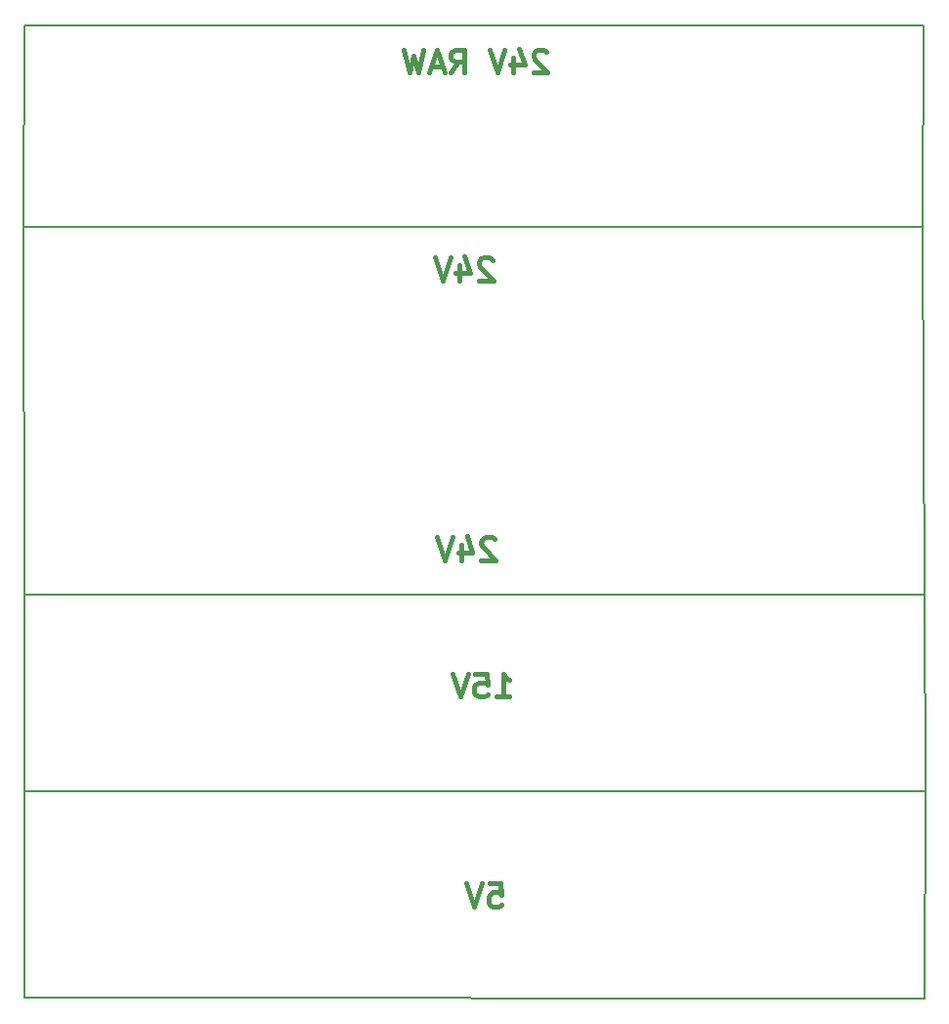
<source format=gbr>
%TF.GenerationSoftware,KiCad,Pcbnew,8.0.4*%
%TF.CreationDate,2024-08-03T01:45:34+02:00*%
%TF.ProjectId,terminal_block,7465726d-696e-4616-9c5f-626c6f636b2e,1*%
%TF.SameCoordinates,Original*%
%TF.FileFunction,Legend,Bot*%
%TF.FilePolarity,Positive*%
%FSLAX46Y46*%
G04 Gerber Fmt 4.6, Leading zero omitted, Abs format (unit mm)*
G04 Created by KiCad (PCBNEW 8.0.4) date 2024-08-03 01:45:34*
%MOMM*%
%LPD*%
G01*
G04 APERTURE LIST*
%ADD10C,0.150000*%
%ADD11C,0.400000*%
G04 APERTURE END LIST*
D10*
X199377081Y-118525472D02*
X121277081Y-118525472D01*
X121277081Y-52225472D02*
X199177081Y-52225472D01*
X199127081Y-69725472D02*
X121227081Y-69725472D01*
X199277081Y-101525472D02*
X121277081Y-101525472D01*
X121277081Y-136425472D02*
X121277081Y-118525472D01*
X121277081Y-101525472D02*
X121227081Y-69725472D01*
X199177081Y-52225472D02*
X199127081Y-69725472D01*
X199127081Y-69725472D02*
X199277081Y-101525472D01*
X121227081Y-69725472D02*
X121277081Y-52225472D01*
X199277081Y-136525472D02*
X121277081Y-136425472D01*
X199377081Y-118525472D02*
X199277081Y-136525472D01*
X121277081Y-118525472D02*
X121277081Y-101525472D01*
X199277081Y-101525472D02*
X199377081Y-118525472D01*
D11*
X162032971Y-96750386D02*
X161937733Y-96655148D01*
X161937733Y-96655148D02*
X161747257Y-96559910D01*
X161747257Y-96559910D02*
X161271066Y-96559910D01*
X161271066Y-96559910D02*
X161080590Y-96655148D01*
X161080590Y-96655148D02*
X160985352Y-96750386D01*
X160985352Y-96750386D02*
X160890114Y-96940862D01*
X160890114Y-96940862D02*
X160890114Y-97131338D01*
X160890114Y-97131338D02*
X160985352Y-97417052D01*
X160985352Y-97417052D02*
X162128209Y-98559910D01*
X162128209Y-98559910D02*
X160890114Y-98559910D01*
X159175828Y-97226576D02*
X159175828Y-98559910D01*
X159652019Y-96464672D02*
X160128209Y-97893243D01*
X160128209Y-97893243D02*
X158890114Y-97893243D01*
X158413923Y-96559910D02*
X157747257Y-98559910D01*
X157747257Y-98559910D02*
X157080590Y-96559910D01*
X161585352Y-126559910D02*
X162537733Y-126559910D01*
X162537733Y-126559910D02*
X162632971Y-127512291D01*
X162632971Y-127512291D02*
X162537733Y-127417052D01*
X162537733Y-127417052D02*
X162347257Y-127321814D01*
X162347257Y-127321814D02*
X161871066Y-127321814D01*
X161871066Y-127321814D02*
X161680590Y-127417052D01*
X161680590Y-127417052D02*
X161585352Y-127512291D01*
X161585352Y-127512291D02*
X161490114Y-127702767D01*
X161490114Y-127702767D02*
X161490114Y-128178957D01*
X161490114Y-128178957D02*
X161585352Y-128369433D01*
X161585352Y-128369433D02*
X161680590Y-128464672D01*
X161680590Y-128464672D02*
X161871066Y-128559910D01*
X161871066Y-128559910D02*
X162347257Y-128559910D01*
X162347257Y-128559910D02*
X162537733Y-128464672D01*
X162537733Y-128464672D02*
X162632971Y-128369433D01*
X160918685Y-126559910D02*
X160252019Y-128559910D01*
X160252019Y-128559910D02*
X159585352Y-126559910D01*
X162190114Y-110359910D02*
X163332971Y-110359910D01*
X162761543Y-110359910D02*
X162761543Y-108359910D01*
X162761543Y-108359910D02*
X162952019Y-108645624D01*
X162952019Y-108645624D02*
X163142495Y-108836100D01*
X163142495Y-108836100D02*
X163332971Y-108931338D01*
X160380590Y-108359910D02*
X161332971Y-108359910D01*
X161332971Y-108359910D02*
X161428209Y-109312291D01*
X161428209Y-109312291D02*
X161332971Y-109217052D01*
X161332971Y-109217052D02*
X161142495Y-109121814D01*
X161142495Y-109121814D02*
X160666304Y-109121814D01*
X160666304Y-109121814D02*
X160475828Y-109217052D01*
X160475828Y-109217052D02*
X160380590Y-109312291D01*
X160380590Y-109312291D02*
X160285352Y-109502767D01*
X160285352Y-109502767D02*
X160285352Y-109978957D01*
X160285352Y-109978957D02*
X160380590Y-110169433D01*
X160380590Y-110169433D02*
X160475828Y-110264672D01*
X160475828Y-110264672D02*
X160666304Y-110359910D01*
X160666304Y-110359910D02*
X161142495Y-110359910D01*
X161142495Y-110359910D02*
X161332971Y-110264672D01*
X161332971Y-110264672D02*
X161428209Y-110169433D01*
X159713923Y-108359910D02*
X159047257Y-110359910D01*
X159047257Y-110359910D02*
X158380590Y-108359910D01*
X161832971Y-72550386D02*
X161737733Y-72455148D01*
X161737733Y-72455148D02*
X161547257Y-72359910D01*
X161547257Y-72359910D02*
X161071066Y-72359910D01*
X161071066Y-72359910D02*
X160880590Y-72455148D01*
X160880590Y-72455148D02*
X160785352Y-72550386D01*
X160785352Y-72550386D02*
X160690114Y-72740862D01*
X160690114Y-72740862D02*
X160690114Y-72931338D01*
X160690114Y-72931338D02*
X160785352Y-73217052D01*
X160785352Y-73217052D02*
X161928209Y-74359910D01*
X161928209Y-74359910D02*
X160690114Y-74359910D01*
X158975828Y-73026576D02*
X158975828Y-74359910D01*
X159452019Y-72264672D02*
X159928209Y-73693243D01*
X159928209Y-73693243D02*
X158690114Y-73693243D01*
X158213923Y-72359910D02*
X157547257Y-74359910D01*
X157547257Y-74359910D02*
X156880590Y-72359910D01*
X166532971Y-54550386D02*
X166437733Y-54455148D01*
X166437733Y-54455148D02*
X166247257Y-54359910D01*
X166247257Y-54359910D02*
X165771066Y-54359910D01*
X165771066Y-54359910D02*
X165580590Y-54455148D01*
X165580590Y-54455148D02*
X165485352Y-54550386D01*
X165485352Y-54550386D02*
X165390114Y-54740862D01*
X165390114Y-54740862D02*
X165390114Y-54931338D01*
X165390114Y-54931338D02*
X165485352Y-55217052D01*
X165485352Y-55217052D02*
X166628209Y-56359910D01*
X166628209Y-56359910D02*
X165390114Y-56359910D01*
X163675828Y-55026576D02*
X163675828Y-56359910D01*
X164152019Y-54264672D02*
X164628209Y-55693243D01*
X164628209Y-55693243D02*
X163390114Y-55693243D01*
X162913923Y-54359910D02*
X162247257Y-56359910D01*
X162247257Y-56359910D02*
X161580590Y-54359910D01*
X158247256Y-56359910D02*
X158913923Y-55407529D01*
X159390113Y-56359910D02*
X159390113Y-54359910D01*
X159390113Y-54359910D02*
X158628208Y-54359910D01*
X158628208Y-54359910D02*
X158437732Y-54455148D01*
X158437732Y-54455148D02*
X158342494Y-54550386D01*
X158342494Y-54550386D02*
X158247256Y-54740862D01*
X158247256Y-54740862D02*
X158247256Y-55026576D01*
X158247256Y-55026576D02*
X158342494Y-55217052D01*
X158342494Y-55217052D02*
X158437732Y-55312291D01*
X158437732Y-55312291D02*
X158628208Y-55407529D01*
X158628208Y-55407529D02*
X159390113Y-55407529D01*
X157485351Y-55788481D02*
X156532970Y-55788481D01*
X157675827Y-56359910D02*
X157009161Y-54359910D01*
X157009161Y-54359910D02*
X156342494Y-56359910D01*
X155866303Y-54359910D02*
X155390113Y-56359910D01*
X155390113Y-56359910D02*
X155009160Y-54931338D01*
X155009160Y-54931338D02*
X154628208Y-56359910D01*
X154628208Y-56359910D02*
X154152018Y-54359910D01*
M02*

</source>
